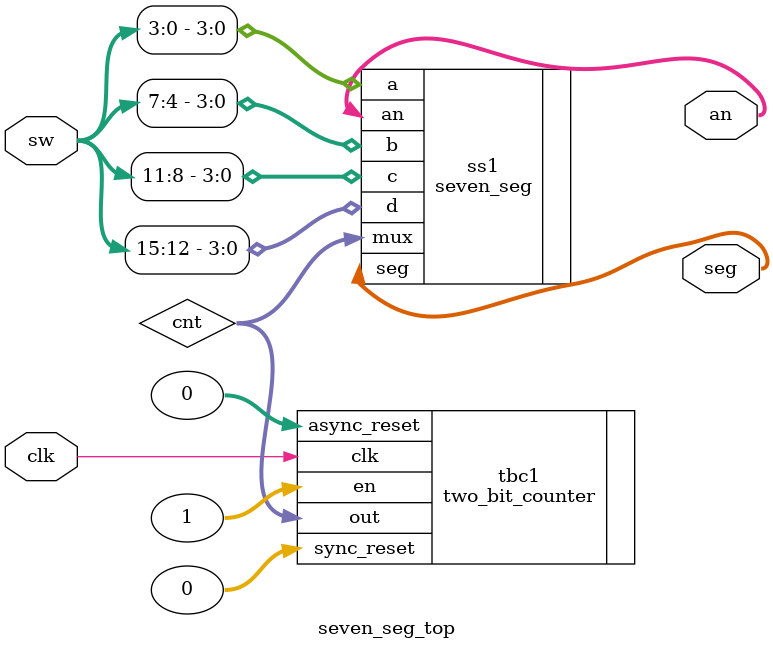
<source format=v>
`timescale 1ns / 1ps


module seven_seg_top(
    input clk,
    input [15:0] sw,
    output [3:0] an,
    output [7:0] seg
    );
    wire [1:0] cnt;
    
//    wire clk_25MHz;
//    wire clk_10MHz;
//    wire clk_1KHz;
        
//    MMCM mmcm(.clk(clk), .clk_25MHz(clk_25MHz), .clk_10MHz(clk_10MHz), .clk_1KHz(clk_1KHz));
    
    
    
    

    two_bit_counter tbc1(.clk(clk), .async_reset(0), .sync_reset(0), .en(1), .out(cnt));
    seven_seg ss1 (.a(sw[3:0]), .b(sw[7:4]), .c(sw[11:8]), .d(sw[15:12]), .mux(cnt), .seg(seg), .an(an));
    
    
endmodule

</source>
